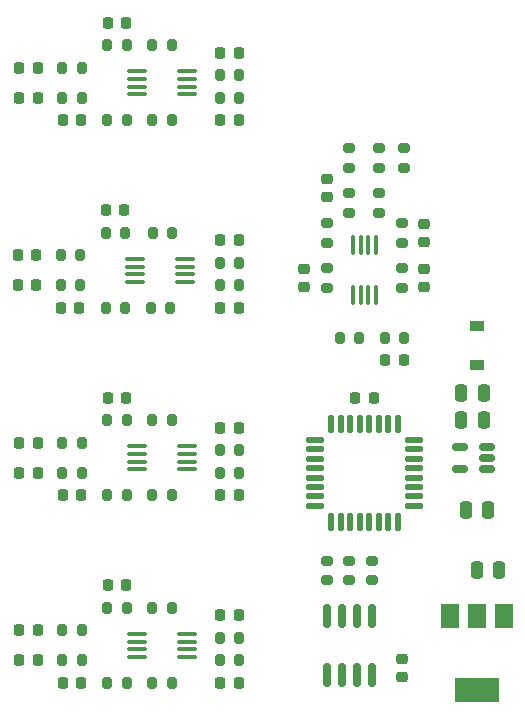
<source format=gtp>
%TF.GenerationSoftware,KiCad,Pcbnew,(6.0.7)*%
%TF.CreationDate,2022-12-07T22:38:20+09:00*%
%TF.ProjectId,multi_channel_temperature,6d756c74-695f-4636-9861-6e6e656c5f74,rev?*%
%TF.SameCoordinates,Original*%
%TF.FileFunction,Paste,Top*%
%TF.FilePolarity,Positive*%
%FSLAX46Y46*%
G04 Gerber Fmt 4.6, Leading zero omitted, Abs format (unit mm)*
G04 Created by KiCad (PCBNEW (6.0.7)) date 2022-12-07 22:38:20*
%MOMM*%
%LPD*%
G01*
G04 APERTURE LIST*
G04 Aperture macros list*
%AMRoundRect*
0 Rectangle with rounded corners*
0 $1 Rounding radius*
0 $2 $3 $4 $5 $6 $7 $8 $9 X,Y pos of 4 corners*
0 Add a 4 corners polygon primitive as box body*
4,1,4,$2,$3,$4,$5,$6,$7,$8,$9,$2,$3,0*
0 Add four circle primitives for the rounded corners*
1,1,$1+$1,$2,$3*
1,1,$1+$1,$4,$5*
1,1,$1+$1,$6,$7*
1,1,$1+$1,$8,$9*
0 Add four rect primitives between the rounded corners*
20,1,$1+$1,$2,$3,$4,$5,0*
20,1,$1+$1,$4,$5,$6,$7,0*
20,1,$1+$1,$6,$7,$8,$9,0*
20,1,$1+$1,$8,$9,$2,$3,0*%
G04 Aperture macros list end*
%ADD10RoundRect,0.200000X-0.200000X-0.275000X0.200000X-0.275000X0.200000X0.275000X-0.200000X0.275000X0*%
%ADD11RoundRect,0.225000X-0.225000X-0.250000X0.225000X-0.250000X0.225000X0.250000X-0.225000X0.250000X0*%
%ADD12RoundRect,0.200000X-0.275000X0.200000X-0.275000X-0.200000X0.275000X-0.200000X0.275000X0.200000X0*%
%ADD13RoundRect,0.200000X0.200000X0.275000X-0.200000X0.275000X-0.200000X-0.275000X0.200000X-0.275000X0*%
%ADD14RoundRect,0.100000X-0.712500X-0.100000X0.712500X-0.100000X0.712500X0.100000X-0.712500X0.100000X0*%
%ADD15RoundRect,0.225000X0.225000X0.250000X-0.225000X0.250000X-0.225000X-0.250000X0.225000X-0.250000X0*%
%ADD16RoundRect,0.250000X-0.250000X-0.475000X0.250000X-0.475000X0.250000X0.475000X-0.250000X0.475000X0*%
%ADD17RoundRect,0.225000X-0.250000X0.225000X-0.250000X-0.225000X0.250000X-0.225000X0.250000X0.225000X0*%
%ADD18RoundRect,0.225000X0.250000X-0.225000X0.250000X0.225000X-0.250000X0.225000X-0.250000X-0.225000X0*%
%ADD19RoundRect,0.125000X-0.125000X0.625000X-0.125000X-0.625000X0.125000X-0.625000X0.125000X0.625000X0*%
%ADD20RoundRect,0.125000X-0.625000X0.125000X-0.625000X-0.125000X0.625000X-0.125000X0.625000X0.125000X0*%
%ADD21R,1.500000X2.000000*%
%ADD22R,3.800000X2.000000*%
%ADD23RoundRect,0.100000X-0.100000X0.712500X-0.100000X-0.712500X0.100000X-0.712500X0.100000X0.712500X0*%
%ADD24RoundRect,0.250000X0.250000X0.475000X-0.250000X0.475000X-0.250000X-0.475000X0.250000X-0.475000X0*%
%ADD25R,1.200000X0.900000*%
%ADD26RoundRect,0.200000X0.275000X-0.200000X0.275000X0.200000X-0.275000X0.200000X-0.275000X-0.200000X0*%
%ADD27RoundRect,0.150000X0.512500X0.150000X-0.512500X0.150000X-0.512500X-0.150000X0.512500X-0.150000X0*%
%ADD28RoundRect,0.150000X-0.150000X0.825000X-0.150000X-0.825000X0.150000X-0.825000X0.150000X0.825000X0*%
G04 APERTURE END LIST*
D10*
%TO.C,R31*%
X-47320000Y26035000D03*
X-45670000Y26035000D03*
%TD*%
D11*
%TO.C,C13*%
X-47130000Y2540000D03*
X-45580000Y2540000D03*
%TD*%
D10*
%TO.C,R5*%
X-50990000Y14605000D03*
X-49340000Y14605000D03*
%TD*%
D12*
%TO.C,R39*%
X-28575000Y29400000D03*
X-28575000Y27750000D03*
%TD*%
D13*
%TO.C,R30*%
X-41720000Y-5715000D03*
X-43370000Y-5715000D03*
%TD*%
D14*
%TO.C,IC1*%
X-44657500Y14310000D03*
X-44657500Y13660000D03*
X-44657500Y13010000D03*
X-44657500Y12360000D03*
X-40432500Y12360000D03*
X-40432500Y13010000D03*
X-40432500Y13660000D03*
X-40432500Y14310000D03*
%TD*%
D12*
%TO.C,R44*%
X-28575000Y33210000D03*
X-28575000Y31560000D03*
%TD*%
D10*
%TO.C,R27*%
X-51130000Y27940000D03*
X-49480000Y27940000D03*
%TD*%
D13*
%TO.C,R32*%
X-41860000Y26035000D03*
X-43510000Y26035000D03*
%TD*%
D10*
%TO.C,R17*%
X-47180000Y635000D03*
X-45530000Y635000D03*
%TD*%
%TO.C,R22*%
X-51130000Y30480000D03*
X-49480000Y30480000D03*
%TD*%
D15*
%TO.C,C4*%
X-36055000Y47625000D03*
X-37605000Y47625000D03*
%TD*%
D12*
%TO.C,R47*%
X-26670000Y4635000D03*
X-26670000Y2985000D03*
%TD*%
D10*
%TO.C,R7*%
X-43370000Y16510000D03*
X-41720000Y16510000D03*
%TD*%
D14*
%TO.C,IC4*%
X-44797500Y30185000D03*
X-44797500Y29535000D03*
X-44797500Y28885000D03*
X-44797500Y28235000D03*
X-40572500Y28235000D03*
X-40572500Y28885000D03*
X-40572500Y29535000D03*
X-40572500Y30185000D03*
%TD*%
D11*
%TO.C,C17*%
X-54610000Y-3810000D03*
X-53060000Y-3810000D03*
%TD*%
D13*
%TO.C,R20*%
X-36005000Y29845000D03*
X-37655000Y29845000D03*
%TD*%
D16*
%TO.C,C27*%
X-15870000Y3810000D03*
X-13970000Y3810000D03*
%TD*%
D10*
%TO.C,R18*%
X-47320000Y32385000D03*
X-45670000Y32385000D03*
%TD*%
D12*
%TO.C,R37*%
X-24130000Y35750000D03*
X-24130000Y34100000D03*
%TD*%
D13*
%TO.C,R16*%
X-41720000Y41910000D03*
X-43370000Y41910000D03*
%TD*%
D10*
%TO.C,R15*%
X-47180000Y41910000D03*
X-45530000Y41910000D03*
%TD*%
%TO.C,R24*%
X-43320000Y32385000D03*
X-41670000Y32385000D03*
%TD*%
D11*
%TO.C,C23*%
X-51080000Y26035000D03*
X-49530000Y26035000D03*
%TD*%
%TO.C,C7*%
X-54610000Y43815000D03*
X-53060000Y43815000D03*
%TD*%
D14*
%TO.C,IC3*%
X-44657500Y-1565000D03*
X-44657500Y-2215000D03*
X-44657500Y-2865000D03*
X-44657500Y-3515000D03*
X-40432500Y-3515000D03*
X-40432500Y-2865000D03*
X-40432500Y-2215000D03*
X-40432500Y-1565000D03*
%TD*%
D17*
%TO.C,C31*%
X-28575000Y36970000D03*
X-28575000Y35420000D03*
%TD*%
D16*
%TO.C,C32*%
X-17206000Y16510000D03*
X-15306000Y16510000D03*
%TD*%
D11*
%TO.C,C10*%
X-37605000Y10160000D03*
X-36055000Y10160000D03*
%TD*%
D10*
%TO.C,R26*%
X-37655000Y-3810000D03*
X-36005000Y-3810000D03*
%TD*%
%TO.C,R29*%
X-47180000Y-5715000D03*
X-45530000Y-5715000D03*
%TD*%
%TO.C,R12*%
X-37655000Y43815000D03*
X-36005000Y43815000D03*
%TD*%
D12*
%TO.C,R34*%
X-24130000Y39560000D03*
X-24130000Y37910000D03*
%TD*%
D10*
%TO.C,R11*%
X-50990000Y43815000D03*
X-49340000Y43815000D03*
%TD*%
%TO.C,R10*%
X-37655000Y12065000D03*
X-36005000Y12065000D03*
%TD*%
D11*
%TO.C,C12*%
X-37605000Y41910000D03*
X-36055000Y41910000D03*
%TD*%
D18*
%TO.C,C37*%
X-22225000Y-5220000D03*
X-22225000Y-3670000D03*
%TD*%
D11*
%TO.C,C28*%
X-23635000Y21590000D03*
X-22085000Y21590000D03*
%TD*%
%TO.C,C9*%
X-50940000Y10160000D03*
X-49390000Y10160000D03*
%TD*%
D13*
%TO.C,R3*%
X-36005000Y13970000D03*
X-37655000Y13970000D03*
%TD*%
D10*
%TO.C,R13*%
X-47180000Y10160000D03*
X-45530000Y10160000D03*
%TD*%
D19*
%TO.C,IC6*%
X-22600000Y16240000D03*
X-23400000Y16240000D03*
X-24200000Y16240000D03*
X-25000000Y16240000D03*
X-25800000Y16240000D03*
X-26600000Y16240000D03*
X-27400000Y16240000D03*
X-28200000Y16240000D03*
D20*
X-29575000Y14865000D03*
X-29575000Y14065000D03*
X-29575000Y13265000D03*
X-29575000Y12465000D03*
X-29575000Y11665000D03*
X-29575000Y10865000D03*
X-29575000Y10065000D03*
X-29575000Y9265000D03*
D19*
X-28200000Y7890000D03*
X-27400000Y7890000D03*
X-26600000Y7890000D03*
X-25800000Y7890000D03*
X-25000000Y7890000D03*
X-24200000Y7890000D03*
X-23400000Y7890000D03*
X-22600000Y7890000D03*
D20*
X-21225000Y9265000D03*
X-21225000Y10065000D03*
X-21225000Y10865000D03*
X-21225000Y11665000D03*
X-21225000Y12465000D03*
X-21225000Y13265000D03*
X-21225000Y14065000D03*
X-21225000Y14865000D03*
%TD*%
D21*
%TO.C,IC5*%
X-13575000Y-25000D03*
D22*
X-15875000Y-6325000D03*
D21*
X-15875000Y-25000D03*
X-18175000Y-25000D03*
%TD*%
D11*
%TO.C,C6*%
X-54610000Y14605000D03*
X-53060000Y14605000D03*
%TD*%
%TO.C,C20*%
X-54750000Y30480000D03*
X-53200000Y30480000D03*
%TD*%
%TO.C,C1*%
X-47130000Y18415000D03*
X-45580000Y18415000D03*
%TD*%
D10*
%TO.C,R9*%
X-50990000Y12065000D03*
X-49340000Y12065000D03*
%TD*%
D12*
%TO.C,R48*%
X-28575000Y4635000D03*
X-28575000Y2985000D03*
%TD*%
D11*
%TO.C,C18*%
X-54610000Y-1270000D03*
X-53060000Y-1270000D03*
%TD*%
D10*
%TO.C,R6*%
X-50990000Y46355000D03*
X-49340000Y46355000D03*
%TD*%
D23*
%TO.C,IC7*%
X-24425000Y31322500D03*
X-25075000Y31322500D03*
X-25725000Y31322500D03*
X-26375000Y31322500D03*
X-26375000Y27097500D03*
X-25725000Y27097500D03*
X-25075000Y27097500D03*
X-24425000Y27097500D03*
%TD*%
D10*
%TO.C,R23*%
X-43370000Y635000D03*
X-41720000Y635000D03*
%TD*%
D17*
%TO.C,C25*%
X-20320000Y33160000D03*
X-20320000Y31610000D03*
%TD*%
%TO.C,C29*%
X-20320000Y29350000D03*
X-20320000Y27800000D03*
%TD*%
D24*
%TO.C,C26*%
X-14925000Y8890000D03*
X-16825000Y8890000D03*
%TD*%
D13*
%TO.C,R19*%
X-36005000Y-1905000D03*
X-37655000Y-1905000D03*
%TD*%
%TO.C,R41*%
X-25845000Y23495000D03*
X-27495000Y23495000D03*
%TD*%
D12*
%TO.C,R40*%
X-26670000Y35750000D03*
X-26670000Y34100000D03*
%TD*%
D25*
%TO.C,D1*%
X-15875000Y21210000D03*
X-15875000Y24510000D03*
%TD*%
D10*
%TO.C,R2*%
X-47180000Y48260000D03*
X-45530000Y48260000D03*
%TD*%
D11*
%TO.C,C22*%
X-37605000Y-5715000D03*
X-36055000Y-5715000D03*
%TD*%
D26*
%TO.C,R42*%
X-22035000Y37910000D03*
X-22035000Y39560000D03*
%TD*%
D15*
%TO.C,C3*%
X-36055000Y15875000D03*
X-37605000Y15875000D03*
%TD*%
D11*
%TO.C,C8*%
X-54610000Y46355000D03*
X-53060000Y46355000D03*
%TD*%
D15*
%TO.C,C16*%
X-36055000Y31750000D03*
X-37605000Y31750000D03*
%TD*%
D27*
%TO.C,IC8*%
X-15052500Y12385000D03*
X-15052500Y13335000D03*
X-15052500Y14285000D03*
X-17327500Y14285000D03*
X-17327500Y12385000D03*
%TD*%
D12*
%TO.C,R33*%
X-22225000Y33210000D03*
X-22225000Y31560000D03*
%TD*%
D10*
%TO.C,R28*%
X-37655000Y27940000D03*
X-36005000Y27940000D03*
%TD*%
%TO.C,R25*%
X-50990000Y-3810000D03*
X-49340000Y-3810000D03*
%TD*%
D14*
%TO.C,IC2*%
X-44657500Y46060000D03*
X-44657500Y45410000D03*
X-44657500Y44760000D03*
X-44657500Y44110000D03*
X-40432500Y44110000D03*
X-40432500Y44760000D03*
X-40432500Y45410000D03*
X-40432500Y46060000D03*
%TD*%
D13*
%TO.C,R4*%
X-36005000Y45720000D03*
X-37655000Y45720000D03*
%TD*%
D10*
%TO.C,R1*%
X-47180000Y16510000D03*
X-45530000Y16510000D03*
%TD*%
%TO.C,R21*%
X-50990000Y-1270000D03*
X-49340000Y-1270000D03*
%TD*%
D15*
%TO.C,C15*%
X-36055000Y0D03*
X-37605000Y0D03*
%TD*%
D11*
%TO.C,C24*%
X-37605000Y26035000D03*
X-36055000Y26035000D03*
%TD*%
%TO.C,C11*%
X-50940000Y41910000D03*
X-49390000Y41910000D03*
%TD*%
D10*
%TO.C,R8*%
X-43370000Y48260000D03*
X-41720000Y48260000D03*
%TD*%
D12*
%TO.C,R38*%
X-22225000Y29400000D03*
X-22225000Y27750000D03*
%TD*%
D11*
%TO.C,C5*%
X-54610000Y12065000D03*
X-53060000Y12065000D03*
%TD*%
D13*
%TO.C,R14*%
X-41720000Y10160000D03*
X-43370000Y10160000D03*
%TD*%
D28*
%TO.C,IC9*%
X-24765000Y-65000D03*
X-26035000Y-65000D03*
X-27305000Y-65000D03*
X-28575000Y-65000D03*
X-28575000Y-5015000D03*
X-27305000Y-5015000D03*
X-26035000Y-5015000D03*
X-24765000Y-5015000D03*
%TD*%
D12*
%TO.C,R35*%
X-26670000Y39560000D03*
X-26670000Y37910000D03*
%TD*%
D11*
%TO.C,C21*%
X-50940000Y-5715000D03*
X-49390000Y-5715000D03*
%TD*%
%TO.C,C14*%
X-47270000Y34290000D03*
X-45720000Y34290000D03*
%TD*%
%TO.C,C2*%
X-47130000Y50165000D03*
X-45580000Y50165000D03*
%TD*%
%TO.C,C19*%
X-54750000Y27940000D03*
X-53200000Y27940000D03*
%TD*%
D16*
%TO.C,C40*%
X-17206000Y18796000D03*
X-15306000Y18796000D03*
%TD*%
D17*
%TO.C,C30*%
X-30480000Y29350000D03*
X-30480000Y27800000D03*
%TD*%
D13*
%TO.C,R36*%
X-22035000Y23495000D03*
X-23685000Y23495000D03*
%TD*%
D15*
%TO.C,C33*%
X-24625000Y18415000D03*
X-26175000Y18415000D03*
%TD*%
D12*
%TO.C,R45*%
X-24765000Y4635000D03*
X-24765000Y2985000D03*
%TD*%
M02*

</source>
